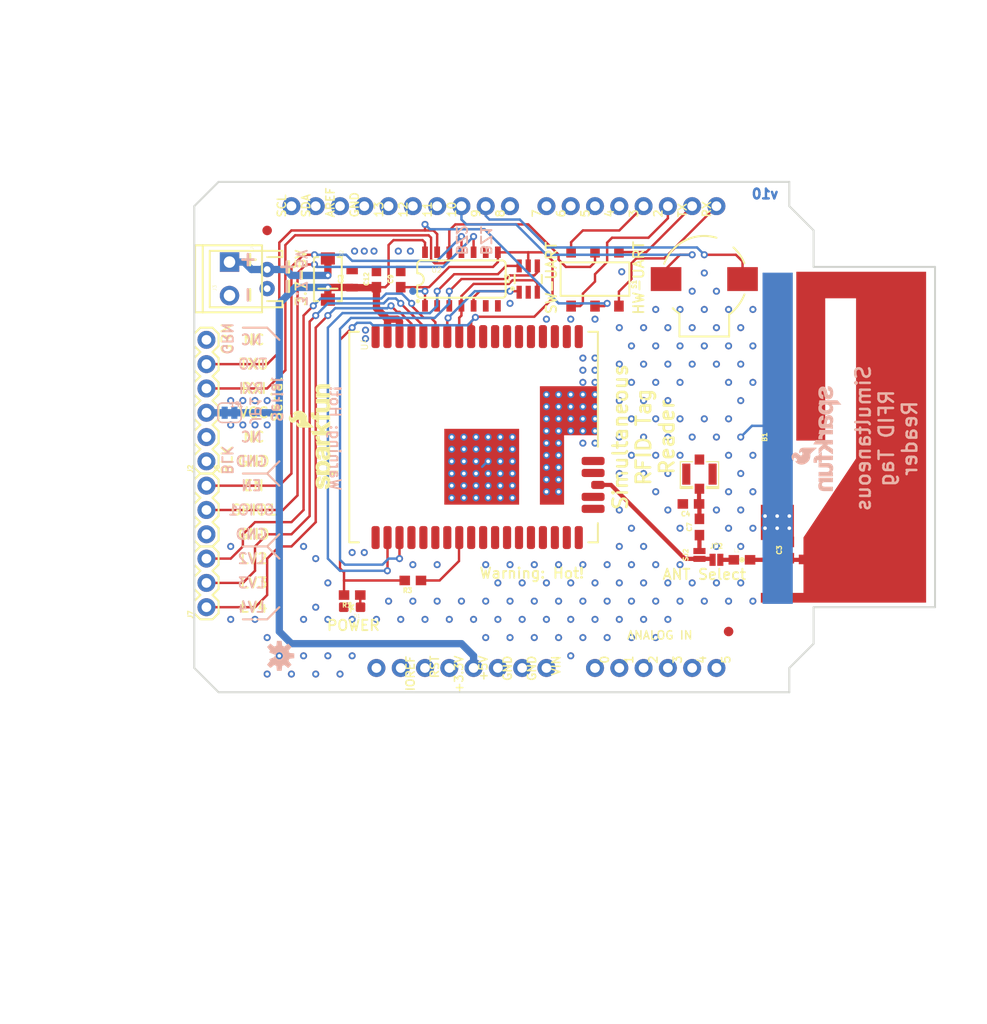
<source format=kicad_pcb>
(kicad_pcb (version 20211014) (generator pcbnew)
  (layers (0 "F.Cu" signal) (31 "B.Cu" signal) (34 "B.Paste" user) (35 "F.Paste" user) (36 "B.SilkS" user "B.Silkscreen") (37 "F.SilkS" user "F.Silkscreen") (38 "B.Mask" user) (39 "F.Mask" user) (44 "Edge.Cuts" user))
  (net 0 "")
  (net 1 "GND")
  (net 2 "N$4")
  (net 3 "ENABLE")
  (net 4 "GPIO1")
  (net 5 "RXI")
  (net 6 "TXO")
  (net 7 "3.3V")
  (net 8 "ENABLE-LV")
  (net 9 "TXO-LV")
  (net 10 "RXI-LV")
  (net 11 "GPIO1-LV")
  (net 12 "VCC")
  (net 13 "ANT3")
  (net 14 "N$8")
  (net 15 "N$9")
  (net 16 "SOFT-RX")
  (net 17 "SOFT-TX")
  (net 18 "N$1")
  (net 19 "N$2")
  (net 20 "N$3")
  (net 21 "N$5")
  (net 22 "N$6")
  (net 23 "GPIO2-LV")
  (net 24 "GPIO3-LV")
  (net 25 "GPIO4-LV")
  (net 26 "N$7")
  (net 27 "N$10")
  (net 28 "N$12")
  (net 29 "N$11")
  (net 30 "N$13")
  (footprint "boardEagle:CREATIVE_COMMONS" (layer "F.Cu") (at 109.7661 165.9636)
    (fp_text reference "FRAME1" hide)
    (fp_text value "FRAME-LEDGER" hide)
  )
  (footprint "boardEagle:LED-0603" (layer "F.Cu") (at 126.2761 122.7836 90)
    (fp_text reference "D1")
    (fp_text value "RED")
  )
  (footprint "boardEagle:1X03" (layer "F.Cu") (at 111.0361 110.0836 -90)
    (fp_text reference "J5")
    (fp_text value "Extra")
  )
  (footprint "boardEagle:0603" (layer "F.Cu") (at 161.7091 111.9886 180)
    (fp_text reference "C4")
    (fp_text value "DNP")
  )
  (footprint "boardEagle:SCREWTERMINAL-3.5MM-2" (layer "F.Cu") (at 113.4491 86.7156 -90)
    (fp_text reference "J6")
    (fp_text value "Screw Terminal")
  )
  (footprint "boardEagle:STAND-OFF" (layer "F.Cu") (at 113.5761 127.8636 90)
    (fp_text reference "STANDOFF4" hide)
    (fp_text value "STAND-OFF" hide)
  )
  (footprint "boardEagle:SFE_LOGO_NAME_FLAME_.1" (layer "F.Cu") (at 124.8791 110.8456 90)
    (fp_text reference "LOGO1" hide)
    (fp_text value "SFE_LOGO_NAME_FLAME.1_INCH" hide)
  )
  (footprint "boardEagle:915MHZ_ANTENNA_TRIMBLE" (layer "F.Cu") (at 169.2021 117.8306 90)
    (fp_text reference "E1" hide)
    (fp_text value "Trace Antenna" hide)
  )
  (footprint "boardEagle:STAND-OFF" (layer "F.Cu") (at 113.5761 82.1436 90)
    (fp_text reference "STANDOFF1" hide)
    (fp_text value "STAND-OFF" hide)
  )
  (footprint "boardEagle:1X06" (layer "F.Cu") (at 111.0361 107.5436 90)
    (fp_text reference "J2")
    (fp_text value "FTDI")
  )
  (footprint "boardEagle:U.FL" (layer "F.Cu") (at 162.5981 108.8771 -90)
    (fp_text reference "J4" hide)
    (fp_text value "U.FL" hide)
  )
  (footprint "boardEagle:STAND-OFF" (layer "F.Cu") (at 169.4561 82.1436 -90)
    (fp_text reference "STANDOFF2" hide)
    (fp_text value "STAND-OFF" hide)
  )
  (footprint "boardEagle:1X03" (layer "F.Cu") (at 111.0361 122.7836 90)
    (fp_text reference "J7")
    (fp_text value "GPIOs")
  )
  (footprint "boardEagle:STAND-OFF" (layer "F.Cu") (at 169.4561 127.8636 90)
    (fp_text reference "STANDOFF3" hide)
    (fp_text value "STAND-OFF" hide)
  )
  (footprint "boardEagle:0603" (layer "F.Cu") (at 126.2761 121.5136 180)
    (fp_text reference "R1")
    (fp_text value "1k")
  )
  (footprint "boardEagle:SWITCH_DPDT_SMD_AYZ0202" (layer "F.Cu") (at 151.6761 88.4936 180)
    (fp_text reference "S1")
    (fp_text value "Serial Select")
  )
  (footprint "boardEagle:BUZZER-CCV" (layer "F.Cu") (at 163.1061 88.4936)
    (fp_text reference "SG1" hide)
    (fp_text value "Buzzer" hide)
  )
  (footprint "boardEagle:0603" (layer "F.Cu") (at 128.8161 88.4936 90)
    (fp_text reference "C12")
    (fp_text value "0.1uF")
  )
  (footprint "boardEagle:SMT-JUMPER_2_NO_NO-SILK" (layer "F.Cu") (at 164.3761 117.8306)
    (fp_text reference "JP2")
    (fp_text value "SJ1")
  )
  (footprint "boardEagle:FIDUCIAL-1X2" (layer "F.Cu") (at 117.3861 83.4136 -90)
    (fp_text reference "FID1" hide)
    (fp_text value "FIDUCIAL1X2" hide)
  )
  (footprint "boardEagle:SO14" (layer "F.Cu") (at 137.7061 88.4936)
    (fp_text reference "U2")
    (fp_text value "TXB0104")
  )
  (footprint "boardEagle:UNO_R3_SHIELD" (layer "F.Cu") (at 138.9761 105.0036 -90)
    (fp_text reference "B1")
    (fp_text value "ARDUINO_UNO_SHIELD")
  )
  (footprint "boardEagle:0603" (layer "F.Cu") (at 171.9961 116.8146 90)
    (fp_text reference "C3")
    (fp_text value "DNP")
  )
  (footprint "boardEagle:NANO_MODULE" (layer "F.Cu") (at 138.9761 105.0036 -90)
    (fp_text reference "U4")
    (fp_text value "Nano")
  )
  (footprint "boardEagle:JST-2-PTH" (layer "F.Cu") (at 117.3861 88.4936 90)
    (fp_text reference "J3")
    (fp_text value "JST")
  )
  (footprint "boardEagle:0603" (layer "F.Cu") (at 167.0431 117.8306)
    (fp_text reference "L1")
    (fp_text value "3.9nH")
  )
  (footprint "boardEagle:STAND-OFF" (layer "F.Cu") (at 121.1961 120.2436)
    (fp_text reference "STANDOFF7" hide)
    (fp_text value "STAND-OFF" hide)
  )
  (footprint "boardEagle:SMT-JUMPER_2_NO_NO-SILK" (layer "F.Cu") (at 162.5981 117.3226 90)
    (fp_text reference "SJ2")
    (fp_text value "")
  )
  (footprint "boardEagle:0603" (layer "F.Cu") (at 162.5981 114.4016 90)
    (fp_text reference "C7")
    (fp_text value "0.0")
  )
  (footprint "boardEagle:FIDUCIAL-1X2" (layer "F.Cu") (at 165.6461 125.3236 90)
    (fp_text reference "FID2" hide)
    (fp_text value "FIDUCIAL1X2" hide)
  )
  (footprint "boardEagle:SMA-DIODE" (layer "F.Cu") (at 123.7361 88.4936 -90)
    (fp_text reference "D2")
    (fp_text value "B340A")
  )
  (footprint "boardEagle:STAND-OFF" (layer "F.Cu") (at 163.1061 99.9236)
    (fp_text reference "STANDOFF8" hide)
    (fp_text value "STAND-OFF" hide)
  )
  (footprint "boardEagle:0805" (layer "F.Cu") (at 126.2761 88.4936 90)
    (fp_text reference "C2")
    (fp_text value "10uF")
  )
  (footprint "boardEagle:SOT-23-6" (layer "F.Cu") (at 144.6911 88.4936)
    (fp_text reference "U3")
    (fp_text value "ESD Diode")
  )
  (footprint "boardEagle:0603" (layer "F.Cu") (at 131.3561 88.4936 90)
    (fp_text reference "C9")
    (fp_text value "0.1uF")
  )
  (footprint "boardEagle:0603" (layer "F.Cu") (at 132.6261 119.9896 180)
    (fp_text reference "R3")
    (fp_text value "1k")
  )
  (footprint "boardEagle:PAD.03X.03" (layer "B.Cu") (at 132.6261 89.7636 180)
    (fp_text reference "TP1" hide)
    (fp_text value "" hide)
  )
  (footprint "boardEagle:SMT-JUMPER_2_NC_TRACE_SILK" (layer "B.Cu") (at 113.4491 102.4636 180)
    (fp_text reference "JP1")
    (fp_text value "")
  )
  (footprint "boardEagle:SFE_LOGO_NAME_FLAME_.1" (layer "B.Cu") (at 177.4571 99.2886 -90)
    (fp_text reference "LOGO3" hide)
    (fp_text value "SFE_LOGO_NAME_FLAME.1_INCH" hide)
  )
  (footprint "boardEagle:OSHW-LOGO-S" (layer "B.Cu") (at 118.6561 127.8636 90)
    (fp_text reference "LOGO2" hide)
    (fp_text value "OSHW-LOGOS" hide)
  )
  (gr_line (start 118.6561 110.0836) (end 117.3861 108.8136) (layer "B.SilkS") (width 0.2032))
  (gr_line (start 117.3861 108.8136) (end 118.6561 107.5436) (layer "B.SilkS") (width 0.2032))
  (gr_line (start 117.3861 124.0536) (end 118.6561 122.7836) (layer "B.SilkS") (width 0.2032))
  (gr_line (start 117.3861 116.4336) (end 118.6561 115.1636) (layer "B.SilkS") (width 0.2032))
  (gr_line (start 117.3861 93.5736) (end 118.6561 94.8436) (layer "B.SilkS") (width 0.2032))
  (gr_line (start 114.8461 108.8136) (end 117.3861 108.8136) (layer "B.SilkS") (width 0.2032))
  (gr_line (start 114.8461 93.5736) (end 117.3861 93.5736) (layer "B.SilkS") (width 0.2032))
  (gr_line (start 114.8461 124.0536) (end 117.3861 124.0536) (layer "B.SilkS") (width 0.2032))
  (gr_line (start 114.8461 116.4336) (end 117.3861 116.4336) (layer "B.SilkS") (width 0.2032))
  (gr_line (start 117.3861 116.4336) (end 118.6561 117.7036) (layer "B.SilkS") (width 0.2032))
  (gr_line (start 117.3861 108.8136) (end 118.6561 110.0836) (layer "F.SilkS") (width 0.2032))
  (gr_line (start 117.3861 108.8136) (end 118.6561 107.5436) (layer "F.SilkS") (width 0.2032))
  (gr_line (start 114.8461 116.4336) (end 117.3861 116.4336) (layer "F.SilkS") (width 0.2032))
  (gr_line (start 117.3861 93.5736) (end 118.6561 94.8436) (layer "F.SilkS") (width 0.2032))
  (gr_line (start 118.6561 122.7836) (end 117.3861 124.0536) (layer "F.SilkS") (width 0.2032))
  (gr_line (start 114.8461 93.5736) (end 117.3861 93.5736) (layer "F.SilkS") (width 0.2032))
  (gr_line (start 117.3861 116.4336) (end 118.6561 117.7036) (layer "F.SilkS") (width 0.2032))
  (gr_line (start 114.8461 108.8136) (end 117.3861 108.8136) (layer "F.SilkS") (width 0.2032))
  (gr_line (start 117.3861 116.4336) (end 118.6561 115.1636) (layer "F.SilkS") (width 0.2032))
  (gr_line (start 117.3861 124.0536) (end 114.8461 124.0536) (layer "F.SilkS") (width 0.2032))
  (gr_line (start 112.3061 78.3336) (end 171.9961 78.3336) (layer "Edge.Cuts") (width 0.2032))
  (gr_line (start 174.5361 122.7836) (end 174.5361 126.5936) (layer "Edge.Cuts") (width 0.2032))
  (gr_line (start 171.9961 80.8736) (end 174.5361 83.4136) (layer "Edge.Cuts") (width 0.2032))
  (gr_line (start 171.9961 78.3336) (end 171.9961 80.8736) (layer "Edge.Cuts") (width 0.2032))
  (gr_line (start 187.2361 87.2236) (end 187.2361 122.7836) (layer "Edge.Cuts") (width 0.2032))
  (gr_line (start 109.7661 80.8736) (end 112.3061 78.3336) (layer "Edge.Cuts") (width 0.2032))
  (gr_line (start 187.2361 122.7836) (end 174.5361 122.7836) (layer "Edge.Cuts") (width 0.2032))
  (gr_line (start 109.7661 129.1336) (end 109.7661 80.8736) (layer "Edge.Cuts") (width 0.2032))
  (gr_line (start 112.3061 131.6736) (end 109.7661 129.1336) (layer "Edge.Cuts") (width 0.2032))
  (gr_line (start 174.5361 83.4136) (end 174.5361 87.2236) (layer "Edge.Cuts") (width 0.2032))
  (gr_line (start 174.5361 87.2236) (end 187.2361 87.2236) (layer "Edge.Cuts") (width 0.2032))
  (gr_line (start 174.5361 126.5936) (end 171.9961 129.1336) (layer "Edge.Cuts") (width 0.2032))
  (gr_line (start 171.9961 129.1336) (end 171.9961 131.6736) (layer "Edge.Cuts") (width 0.2032))
  (gr_line (start 171.9961 131.6736) (end 112.3061 131.6736) (layer "Edge.Cuts") (width 0.2032))
  (gr_text "v10" (at 169.4561 79.6036) (layer "B.Cu") (effects (font (size 1.016 1.016) (thickness 0.254)) (justify mirror)))
  (gr_text "JP1" (at 116.1161 102.2096 -90) (layer "B.SilkS") (effects (font (size 1.0795 1.0795) (thickness 0.1905)) (justify mirror)))
  (gr_text "RXI" (at 115.7351 99.9236) (layer "B.SilkS") (effects (font (size 1.0795 1.0795) (thickness 0.1905)) (justify mirror)))
  (gr_text "NC" (at 115.7351 94.8436) (layer "B.SilkS") (effects (font (size 1.0795 1.0795) (thickness 0.1905)) (justify mirror)))
  (gr_text "Simultaneous\nRFID Tag\nReader" (at 182.1561 105.1306 -270) (layer "B.SilkS") (effects (font (size 1.5113 1.5113) (thickness 0.2667)) (justify mirror)))
  (gr_text "NC" (at 115.7351 105.0036) (layer "B.SilkS") (effects (font (size 1.0795 1.0795) (thickness 0.1905)) (justify mirror)))
  (gr_text "GRN" (at 113.1951 94.7166 -90) (layer "B.SilkS") (effects (font (size 1.0795 1.0795) (thickness 0.1905)) (justify mirror)))
  (gr_text "BLK" (at 113.1951 107.4166 -90) (layer "B.SilkS") (effects (font (size 1.0795 1.0795) (thickness 0.1905)) (justify mirror)))
  (gr_text "+" (at 115.4811 86.4616 -90) (layer "B.SilkS") (effects (font (size 1.5113 1.5113) (thickness 0.2667)) (justify mirror)))
  (gr_text "-" (at 115.4811 90.1446 -90) (layer "B.SilkS") (effects (font (size 1.5113 1.5113) (thickness 0.2667)) (justify mirror)))
  (gr_text "BZ2" (at 137.7061 84.4296 -90) (layer "B.SilkS") (effects (font (size 1.0795 1.0795) (thickness 0.1905)) (justify mirror)))
  (gr_text "LV3" (at 115.7351 120.2436) (layer "B.SilkS") (effects (font (size 1.0795 1.0795) (thickness 0.1905)) (justify mirror)))
  (gr_text "GND" (at 115.7351 107.5436) (layer "B.SilkS") (effects (font (size 1.0795 1.0795) (thickness 0.1905)) (justify mirror)))
  (gr_text "Warning: Hot!" (at 124.4981 105.1306 -90) (layer "B.SilkS") (effects (font (size 1.0795 1.0795) (thickness 0.1905)) (justify mirror)))
  (gr_text "GND" (at 115.7351 115.1636) (layer "B.SilkS") (effects (font (size 1.0795 1.0795) (thickness 0.1905)) (justify mirror)))
  (gr_text "BZ1" (at 140.2461 84.4296 -90) (layer "B.SilkS") (effects (font (size 1.0795 1.0795) (thickness 0.1905)) (justify mirror)))
  (gr_text "GPIO1" (at 115.7351 112.6236) (layer "B.SilkS") (effects (font (size 1.0795 1.0795) (thickness 0.1905)) (justify mirror)))
  (gr_text "+" (at 119.5451 87.2236 -90) (layer "B.SilkS") (effects (font (size 1.5113 1.5113) (thickness 0.2667)) (justify mirror)))
  (gr_text "TXO" (at 115.8621 97.3836) (layer "B.SilkS") (effects (font (size 1.0795 1.0795) (thickness 0.1905)) (justify mirror)))
  (gr_text "3.7-5V" (at 120.9421 88.3666 -90) (layer "B.SilkS") (effects (font (size 1.0795 1.0795) (thickness 0.1905)) (justify mirror)))
  (gr_text "LV2" (at 115.7351 117.7036) (layer "B.SilkS") (effects (font (size 1.0795 1.0795) (thickness 0.1905)) (justify mirror)))
  (gr_text "-" (at 119.5451 89.2556 -90) (layer "B.SilkS") (effects (font (size 1.5113 1.5113) (thickness 0.2667)) (justify mirror)))
  (gr_text "LV4" (at 115.7351 122.7836) (layer "B.SilkS") (effects (font (size 1.0795 1.0795) (thickness 0.1905)) (justify mirror)))
  (gr_text "Serial" (at 118.4021 101.0666 -90) (layer "B.SilkS") (effects (font (size 1.0795 1.0795) (thickness 0.1905)) (justify mirror)))
  (gr_text "EN" (at 115.7351 110.0836) (layer "B.SilkS") (effects (font (size 1.0795 1.0795) (thickness 0.1905)) (justify mirror)))
  (gr_text "+" (at 119.5451 87.2236 90) (layer "F.SilkS") (effects (font (size 1.5113 1.5113) (thickness 0.2667))))
  (gr_text "HW-UART" (at 156.2481 88.3666 90) (layer "F.SilkS") (effects (font (size 1.0795 1.0795) (thickness 0.1905))))
  (gr_text "Simultaneous\nRFID Tag\nReader" (at 156.7561 105.0036 90) (layer "F.SilkS") (effects (font (size 1.5113 1.5113) (thickness 0.2667))))
  (gr_text "+" (at 115.4811 86.4616 90) (layer "F.SilkS") (effects (font (size 1.5113 1.5113) (thickness 0.2667))))
  (gr_text "LV4" (at 115.9891 122.7836) (layer "F.SilkS") (effects (font (size 1.0795 1.0795) (thickness 0.1905))))
  (gr_text "GND" (at 115.9891 107.5436) (layer "F.SilkS") (effects (font (size 1.0795 1.0795) (thickness 0.1905))))
  (gr_text "EN" (at 115.9891 110.0836) (layer "F.SilkS") (effects (font (size 1.0795 1.0795) (thickness 0.1905))))
  (gr_text "LV2" (at 115.9891 117.7036) (layer "F.SilkS") (effects (font (size 1.0795 1.0795) (thickness 0.1905))))
  (gr_text "GRN" (at 113.1951 94.7166 90) (layer "F.SilkS") (effects (font (size 1.0795 1.0795) (thickness 0.1905))))
  (gr_text "ANT Select" (at 163.1061 119.3546) (layer "F.SilkS") (effects (font (size 1.0795 1.0795) (thickness 0.1905))))
  (gr_text "GPIO1" (at 115.9891 112.6236) (layer "F.SilkS") (effects (font (size 1.0795 1.0795) (thickness 0.1905))))
  (gr_text "Warning: Hot!" (at 145.0721 119.2276) (layer "F.SilkS") (effects (font (size 1.0795 1.0795) (thickness 0.1905))))
  (gr_text "NC" (at 115.9891 94.8436) (layer "F.SilkS") (effects (font (size 1.0795 1.0795) (thickness 0.1905))))
  (gr_text "3.7-5V" (at 120.9421 88.3666 90) (layer "F.SilkS") (effects (font (size 1.0795 1.0795) (thickness 0.1905))))
  (gr_text "NC" (at 115.9891 105.0036) (layer "F.SilkS") (effects (font (size 1.0795 1.0795) (thickness 0.1905))))
  (gr_text "-" (at 119.5451 89.2556 90) (layer "F.SilkS") (effects (font (size 1.5113 1.5113) (thickness 0.2667))))
  (gr_text "BLK" (at 113.1951 107.4166 90) (layer "F.SilkS") (effects (font (size 1.0795 1.0795) (thickness 0.1905))))
  (gr_text "Serial" (at 118.4021 101.0666 90) (layer "F.SilkS") (effects (font (size 1.0795 1.0795) (thickness 0.1905))))
  (gr_text "RXI" (at 115.9891 99.9236) (layer "F.SilkS") (effects (font (size 1.0795 1.0795) (thickness 0.1905))))
  (gr_text "LV3" (at 115.9891 120.2436) (layer "F.SilkS") (effects (font (size 1.0795 1.0795) (thickness 0.1905))))
  (gr_text "GND" (at 115.9891 115.1636) (layer "F.SilkS") (effects (font (size 1.0795 1.0795) (thickness 0.1905))))
  (gr_text "VCC" (at 115.9891 102.4636) (layer "F.SilkS") (effects (font (size 1.0795 1.0795) (thickness 0.1905))))
  (gr_text "-" (at 115.4811 90.1446 90) (layer "F.SilkS") (effects (font (size 1.5113 1.5113) (thickness 0.2667))))
  (gr_text "SW-UART" (at 147.1041 88.3666 90) (layer "F.SilkS") (effects (font (size 1.0795 1.0795) (thickness 0.1905))))
  (gr_text "TXO" (at 115.9891 97.3836) (layer "F.SilkS") (effects (font (size 1.0795 1.0795) (thickness 0.1905))))
  (gr_text "POWER" (at 126.4031 124.6886) (layer "F.SilkS") (effects (font (size 1.0795 1.0795) (thickness 0.1905))))
  (segment (start 170.7261 113.8936) (end 170.7261 113.2586) (width 0.254) (layer "F.Cu") (net 1))
  (segment (start 169.711496 113.922022) (end 169.739918 113.8936) (width 0.254) (layer "F.Cu") (net 1))
  (segment (start 170.7261 113.8936) (end 170.7261 114.5286) (width 0.254) (layer "F.Cu") (net 1))
  (segment (start 141.2361 108.1036) (end 141.7161 107.6236) (width 0.254) (layer "F.Cu") (net 1))
  (segment (start 171.9961 114.5286) (end 171.9961 113.8936) (width 0.254) (layer "F.Cu") (net 1))
  (segment (start 169.739918 113.8936) (end 170.7261 113.8936) (width 0.254) (layer "F.Cu") (net 1))
  (segment (start 171.9961 115.9646) (end 171.9961 114.5286) (width 0.254) (layer "F.Cu") (net 1))
  (segment (start 169.711496 113.922022) (end 169.51734 113.922022) (width 0.44) (layer "F.Cu") (net 1))
  (segment (start 171.9961 114.5286) (end 171.9961 113.2586) (width 0.254) (layer "F.Cu") (net 1))
  (segment (start 141.7161 107.6236) (end 141.7661 107.5736) (width 0.254) (layer "F.Cu") (net 1))
  (segment (start 170.7261 113.2586) (end 171.9961 113.2586) (width 0.254) (layer "F.Cu") (net 1))
  (segment (start 139.8761 108.1036) (end 141.2361 108.1036) (width 0.254) (layer "F.Cu") (net 1))
  (via (at 145.3261 125.9586) (size 0.7366) (drill 0.381) (layers "F.Cu" "B.Cu") (net 1))
  (via (at 147.8661 108.1786) (size 0.7366) (drill 0.381) (layers "F.Cu" "B.Cu") (net 1))
  (via (at 158.0261 110.7186) (size 0.7366) (drill 0.381) (layers "F.Cu" "B.Cu") (net 1))
  (via (at 136.6901 110.0836) (size 0.7366) (drill 0.381) (layers "F.Cu" "B.Cu") (net 1))
  (via (at 146.5961 100.5586) (size 0.7366) (drill 0.381) (layers "F.Cu" "B.Cu") (net 1))
  (via (at 154.2161 120.2436) (size 0.7366) (drill 0.381) (layers "F.Cu" "B.Cu") (net 1))
  (via (at 160.5661 106.9086) (size 0.7366) (drill 0.381) (layers "F.Cu" "B.Cu") (net 1))
  (via (at 160.5661 118.3386) (size 0.7366) (drill 0.381) (layers "F.Cu" "B.Cu") (net 1))
  (via (at 139.2301 108.8136) (size 0.7366) (drill 0.381) (layers "F.Cu" "B.Cu") (net 1))
  (via (at 127.6731 93.8276) (size 0.7366) (drill 0.381) (layers "F.Cu" "B.Cu") (net 1))
  (via (at 166.9161 97.3836) (size 0.7366) (drill 0.381) (layers "F.Cu" "B.Cu") (net 1))
  (via (at 163.1061 103.0986) (size 0.7366) (drill 0.381) (layers "F.Cu" "B.Cu") (net 1))
  (via (at 147.8661 101.8286) (size 0.7366) (drill 0.381) (layers "F.Cu" "B.Cu") (net 1))
  (via (at 141.7701 105.0036) (size 0.7366) (drill 0.381) (layers "F.Cu" "B.Cu") (net 1))
  (via (at 141.5161 120.2436) (size 0.7366) (drill 0.381) (layers "F.Cu" "B.Cu") (net 1))
  (via (at 122.4661 129.7686) (size 0.7366) (drill 0.381) (layers "F.Cu" "B.Cu") (net 1))
  (via (at 164.3761 89.7636) (size 0.7366) (drill 0.381) (layers "F.Cu" "B.Cu") (net 1))
  (via (at 156.7561 101.1936) (size 0.7366) (drill 0.381) (layers "F.Cu" "B.Cu") (net 1))
  (via (at 139.2301 110.0836) (size 0.7366) (drill 0.381) (layers "F.Cu" "B.Cu") (net 1))
  (via (at 147.8661 105.6386) (size 0.7366) (drill 0.381) (layers "F.Cu" "B.Cu") (net 1))
  (via (at 158.0261 106.9086) (size 0.7366) (drill 0.381) (layers "F.Cu" "B.Cu") (net 1))
  (via (at 156.7561 120.2436) (size 0.7366) (drill 0.381) (layers "F.Cu" "B.Cu") (net 1))
  (via (at 132.3721 85.5726) (size 0.7366) (drill 0.381) (layers "F.Cu" "B.Cu") (net 1))
  (via (at 141.7701 108.8136) (size 0.7366) (drill 0.381) (layers "F.Cu" "B.Cu") (net 1))
  (via (at 147.8661 109.4486) (size 0.7366) (drill 0.381) (layers "F.Cu" "B.Cu") (net 1))
  (via (at 160.5661 114.5286) (size 0.7366) (drill 0.381) (layers "F.Cu" "B.Cu") (net 1))
  (via (at 123.7361 124.0536) (size 0.7366) (drill 0.381) (layers "F.Cu" "B.Cu") (net 1))
  (via (at 151.6761 101.8286) (size 0.7366) (drill 0.381) (layers "F.Cu" "B.Cu") (net 1))
  (via (at 161.8361 89.7636) (size 0.7366) (drill 0.381) (layers "F.Cu" "B.Cu") (net 1))
  (via (at 150.4061 118.3386) (size 0.7366) (drill 0.381) (layers "F.Cu" "B.Cu") (net 1))
  (via (at 138.9761 124.0536) (size 0.7366) (drill 0.381) (layers "F.Cu" "B.Cu") (net 1))
  (via (at 161.8361 105.0036) (size 0.7366) (drill 0.381) (layers "F.Cu" "B.Cu") (net 1))
  (via (at 156.7561 97.3836) (size 0.7366) (drill 0.381) (layers "F.Cu" "B.Cu") (net 1))
  (via (at 113.5761 124.0536) (size 0.7366) (drill 0.381) (layers "F.Cu" "B.Cu") (net 1))
  (via (at 121.1961 127.8636) (size 0.7366) (drill 0.381) (layers "F.Cu" "B.Cu") (net 1))
  (via (at 166.9161 120.2436) (size 0.7366) (drill 0.381) (layers "F.Cu" "B.Cu") (net 1))
  (via (at 170.7261 114.5286) (size 0.7366) (drill 0.381) (layers "F.Cu" "B.Cu") (net 1))
  (via (at 165.6461 103.0986) (size 0.7366) (drill 0.381) (layers "F.Cu" "B.Cu") (net 1))
  (via (at 136.6901 108.8136) (size 0.7366) (drill 0.381) (layers "F.Cu" "B.Cu") (net 1))
  (via (at 160.5661 95.4786) (size 0.7366) (drill 0.381) (layers "F.Cu" "B.Cu") (net 1))
  (via (at 159.2961 93.5736) (size 0.7366) (drill 0.381) (layers "F.Cu" "B.Cu") (net 1))
  (via (at 140.5001 111.3536) (size 0.7366) (drill 0.381) (layers "F.Cu" "B.Cu") (net 1))
  (via (at 158.0261 118.3386) (size 0.7366) (drill 0.381) (layers "F.Cu" "B.Cu") (net 1))
  (via (at 168.1861 122.1486) (size 0.7366) (drill 0.381) (layers "F.Cu" "B.Cu") (net 1))
  (via (at 171.9961 113.2586) (size 0.7366) (drill 0.381) (layers "F.Cu" "B.Cu") (net 1))
  (via (at 156.7561 116.4336) (size 0.7366) (drill 0.381) (layers "F.Cu" "B.Cu") (net 1))
  (via (at 158.0261 103.0986) (size 0.7366) (drill 0.381) (layers "F.Cu" "B.Cu") (net 1))
  (via (at 127.6731 94.7166) (size 0.7366) (drill 0.381) (layers "F.Cu" "B.Cu") (net 1))
  (via (at 159.2961 112.6236) (size 0.7366) (drill 0.381) (layers "F.Cu" "B.Cu") (net 1))
  (via (at 171.9961 114.5286) (size 0.7366) (drill 0.381) (layers "F.Cu" "B.Cu") (net 1))
  (via (at 143.0401 108.8136) (size 0.7366) (drill 0.381) (layers "F.Cu" "B.Cu") (net 1))
  (via (at 151.6761 105.6386) (size 0.7366) (drill 0.381) (layers "F.Cu" "B.Cu") (net 1))
  (via (at 145.3261 122.1486) (size 0.7366) (drill 0.381) (layers "F.Cu" "B.Cu") (net 1))
  (via (at 146.5961 109.4486) (size 0.7366) (drill 0.381) (layers "F.Cu" "B.Cu") (net 1))
  (via (at 149.1361 124.0536) (size 0.7366) (drill 0.381) (layers "F.Cu" "B.Cu") (net 1))
  (via (at 151.6761 124.0536) (size 0.7366) (drill 0.381) (layers "F.Cu" "B.Cu") (net 1))
  (via (at 126.2761 127.8636) (size 0.7366) (drill 0.381) (layers "F.Cu" "B.Cu") (net 1))
  (via (at 123.7361 127.8636) (size 0.7366) (drill 0.381) (layers "F.Cu" "B.Cu") (net 1))
  (via (at 165.6461 99.2886) (size 0.7366) (drill 0.381) (layers "F.Cu" "B.Cu") (net 1))
  (via (at 146.5961 106.9086) (size 0.7366) (drill 0.381) (layers "F.Cu" "B.Cu") (net 1))
  (via (at 143.0401 106.2736) (size 0.7366) (drill 0.381) (layers "F.Cu" "B.Cu") (net 1))
  (via (at 155.4861 106.9086) (size 0.7366) (drill 0.381) (layers "F.Cu" "B.Cu") (net 1))
  (via (at 152.9461 122.1486) (size 0.7366) (drill 0.381) (layers "F.Cu" "B.Cu") (net 1))
  (via (at 140.5001 110.0836) (size 0.7366) (drill 0.381) (layers "F.Cu" "B.Cu") (net 1))
  (via (at 151.6761 120.2436) (size 0.7366) (drill 0.381) (layers "F.Cu" "B.Cu") (net 1))
  (via (at 166.9161 101.1936) (size 0.7366) (drill 0.381) (layers "F.Cu" "B.Cu") (net 1))
  (via (at 164.3761 93.5736) (size 0.7366) (drill 0.381) (layers "F.Cu" "B.Cu") (net 1))
  (via (at 136.6901 111.3536) (size 0.7366) (drill 0.381) (layers "F.Cu" "B.Cu") (net 1))
  (via (at 142.7861 91.0336) (size 0.7366) (drill 0.381) (layers "F.Cu" "B.Cu") (net 1))
  (via (at 128.5621 85.5726) (size 0.7366) (drill 0.381) (layers "F.Cu" "B.Cu") (net 1))
  (via (at 149.1361 104.3686) (size 0.7366) (drill 0.381) (layers "F.Cu" "B.Cu") (net 1))
  (via (at 140.5001 108.8136) (size 0.7366) (drill 0.381) (layers "F.Cu" "B.Cu") (net 1))
  (via (at 155.4861 99.2886) (size 0.7366) (drill 0.381) (layers "F.Cu" "B.Cu") (net 1))
  (via (at 141.7701 107.5436) (size 0.7366) (drill 0.381) (layers "F.Cu" "B.Cu") (net 1))
  (via (at 159.2961 101.1936) (size 0.7366) (drill 0.381) (layers "F.Cu" "B.Cu") (net 1))
  (via (at 140.5001 107.5436) (size 0.7366) (drill 0.381) (layers "F.Cu" "B.Cu") (net 1))
  (via (at 155.4861 118.3386) (size 0.7366) (drill 0.381) (layers "F.Cu" "B.Cu") (net 1))
  (via (at 165.6461 110.7186) (size 0.7366) (drill 0.381) (layers "F.Cu" "B.Cu") (net 1))
  (via (at 113.5761 101.1936) (size 0.7366) (drill 0.381) (layers "F.Cu" "B.Cu") (net 1))
  (via (at 146.5961 92.6846) (size 0.7366) (drill 0.381) (layers "F.Cu" "B.Cu") (net 1))
  (via (at 149.1361 92.6846) (size 0.7366) (drill 0.381) (layers "F.Cu" "B.Cu") (net 1))
  (via (at 151.6761 100.5586) (size 0.7366) (drill 0.381) (layers "F.Cu" "B.Cu") (net 1))
  (via (at 163.1061 91.6686) (size 0.7366) (drill 0.381) (layers "F.Cu" "B.Cu") (net 1))
  (via (at 154.2161 116.4336) (size 0.7366) (drill 0.381) (layers "F.Cu" "B.Cu") (net 1))
  (via (at 133.8961 124.0536) (size 0.7366) (drill 0.381) (layers "F.Cu" "B.Cu") (net 1))
  (via (at 166.9161 105.0036) (size 0.7366) (drill 0.381) (layers "F.Cu" "B.Cu") (net 1))
  (via (at 127.5461 85.5726) (size 0.7366) (drill 0.381) (layers "F.Cu" "B.Cu") (net 1))
  (via (at 136.6901 106.2736) (size 0.7366) (drill 0.381) (layers "F.Cu" "B.Cu") (net 1))
  (via (at 118.6561 127.8636) (size 0.7366) (drill 0.381) (layers "F.Cu" "B.Cu") (net 1))
  (via (at 166.9161 116.4336) (size 0.7366) (drill 0.381) (layers "F.Cu" "B.Cu") (net 1))
  (via (at 158.0261 91.6686) (size 0.7366) (drill 0.381) (layers "F.Cu" "B.Cu") (net 1))
  (via (at 156.7561 108.8136) (size 0.7366) (drill 0.381) (layers "F.Cu" "B.Cu") (net 1))
  (via (at 151.6761 92.6846) (size 0.7366) (drill 0.381) (layers "F.Cu" "B.Cu") (net 1))
  (via (at 161.8361 93.5736) (size 0.7366) (drill 0.381) (layers "F.Cu" "B.Cu") (net 1))
  (via (at 146.5961 124.0536) (size 0.7366) (drill 0.381) (layers "F.Cu" "B.Cu") (net 1))
  (via (at 150.4061 98.0186) (size 0.7366) (drill 0.381) (layers "F.Cu" "B.Cu") (net 1))
  (via (at 159.2961 120.2436) (size 0.7366) (drill 0.381) (layers "F.Cu" "B.Cu") (net 1))
  (via (at 154.2161 93.5736) (size 0.7366) (drill 0.381) (layers "F.Cu" "B.Cu") (net 1))
  (via (at 147.8661 104.3686) (size 0.7366) (drill 0.381) (layers "F.Cu" "B.Cu") (net 1))
  (via (at 137.9601 111.3536) (size 0.7366) (drill 0.381) (layers "F.Cu" "B.Cu") (net 1))
  (via (at 165.6461 95.4786) (size 0.7366) (drill 0.381) (layers "F.Cu" "B.Cu") (net 1))
  (via (at 135.1661 118.3386) (size 0.7366) (drill 0.381) (layers "F.Cu" "B.Cu") (net 1))
  (via (at 150.4061 101.8286) (size 0.7366) (drill 0.381) (layers "F.Cu" "B.Cu") (net 1))
  (via (at 155.4861 122.1486) (size 0.7366) (drill 0.381) (layers "F.Cu" "B.Cu") (net 1))
  (via (at 149.1361 120.2436) (size 0.7366) (drill 0.381) (layers "F.Cu" "B.Cu") (net 1))
  (via (at 154.2161 108.8136) (size 0.7366) (drill 0.381) (layers "F.Cu" "B.Cu") (net 1))
  (via (at 168.1861 99.2886) (size 0.7366) (drill 0.381) (layers "F.Cu" "B.Cu") (net 1))
  (via (at 121.1961 116.4336) (size 0.7366) (drill 0.381) (layers "F.Cu" "B.Cu") (net 1))
  (via (at 113.5761 103.7336) (size 0.7366) (drill 0.381) (layers "F.Cu" "B.Cu") (net 1))
  (via (at 137.9601 105.0036) (size 0.7366) (drill 0.381) (layers "F.Cu" "B.Cu") (net 1))
  (via (at 142.7861 125.9586) (size 0.7366) (drill 0.381) (layers "F.Cu" "B.Cu") (net 1))
  (via (at 151.6761 103.0986) (size 0.7366) (drill 0.381) (layers "F.Cu" "B.Cu") (net 1))
  (via (at 146.5961 101.8286) (size 0.7366) (drill 0.381) (layers "F.Cu" "B.Cu") (net 1))
  (via (at 150.4061 104.3686) (size 0.7366) (drill 0.381) (layers "F.Cu" "B.Cu") (net 1))
  (via (at 146.5961 105.6386) (size 0.7366) (drill 0.381) (layers "F.Cu" "B.Cu") (net 1))
  (via (at 126.5301 85.5726) (size 0.7366) (drill 0.381) (layers "F.Cu" "B.Cu") (net 1))
  (via (at 145.3261 118.3386) (size 0.7366) (drill 0.381) (layers "F.Cu" "B.Cu") (net 1))
  (via (at 164.3761 112.6236) (size 0.7366) (drill 0.381) (layers "F.Cu" "B.Cu") (net 1))
  (via (at 155.4861 125.9586) (size 0.7366) (drill 0.381) (layers "F.Cu" "B.Cu") (net 1))
  (via (at 156.7561 105.0036) (size 0.7366) (drill 0.381) (layers "F.Cu" "B.Cu") (net 1))
  (via (at 154.4701 87.7316) (size 0.7366) (drill 0.381) (layers "F.Cu" "B.Cu") (net 1))
  (via (at 117.3861 101.1936) (size 0.7366) (drill 0.381) (layers "F.Cu" "B.Cu") (net 1))
  (via (at 154.2161 124.0536) (size 0.7366) (drill 0.381) (layers "F.Cu" "B.Cu") (net 1))
  (via (at 147.8661 125.9586) (size 0.7366) (drill 0.381) (layers "F.Cu" "B.Cu") (net 1))
  (via (at 159.2961 108.8136) (size 0.7366) (drill 0.381) (layers "F.Cu" "B.Cu") (net 1))
  (via (at 169.4561 113.2586) (size 0.7366) (drill 0.381) (layers "F.Cu" "B.Cu") (net 1))
  (via (at 165.6461 106.9086) (size 0.7366) (drill 0.381) (layers "F.Cu" "B.Cu") (net 1))
  (via (at 139.2301 106.2736) (size 0.7366) (drill 0.381) (layers "F.Cu" "B.Cu") (net 1))
  (via (at 154.2161 101.1936) (size 0.7366) (drill 0.381) (layers "F.Cu" "B.Cu") (net 1))
  (via (at 166.9161 112.6236) (size 0.7366) (drill 0.381) (layers "F.Cu" "B.Cu") (net 1))
  (via (at 139.2301 105.0036) (size 0.7366) (drill 0.381) (layers "F.Cu" "B.Cu") (net 1))
  (via (at 165.6461 114.5286) (size 0.7366) (drill 0.381) (layers "F.Cu" "B.Cu") (net 1))
  (via (at 113.5761 116.4336) (size 0.7366) (drill 0.381) (layers "F.Cu" "B.Cu") (net 1))
  (via (at 144.0561 124.0536) (size 0.7366) (drill 0.381) (layers "F.Cu" "B.Cu") (net 1))
  (via (at 159.2961 124.0536) (size 0.7366) (drill 0.381) (layers "F.Cu" "B.Cu") (net 1))
  (via (at 152.9461 125.9586) (size 0.7366) (drill 0.381) (layers "F.Cu" "B.Cu") (net 1))
  (via (at 146.5961 104.3686) (size 0.7366) (drill 0.381) (layers "F.Cu" "B.Cu") (net 1))
  (via (at 137.9601 106.2736) (size 0.7366) (drill 0.381) (layers "F.Cu" "B.Cu") (net 1))
  (via (at 144.0561 120.2436) (size 0.7366) (drill 0.381) (layers "F.Cu" "B.Cu") (net 1))
  (via (at 122.4661 122.7836) (size 0.7366) (drill 0.381) (layers "F.Cu" "B.Cu") (net 1))
  (via (at 164.3761 97.3836) (size 0.7366) (drill 0.381) (layers "F.Cu" "B.Cu") (net 1))
  (via (at 150.4061 100.5586) (size 0.7366) (drill 0.381) (layers "F.Cu" "B.Cu") (net 1))
  (via (at 154.2161 105.0036) (size 0.7366) (drill 0.381) (layers "F.Cu" "B.Cu") (net 1))
  (via (at 149.1361 100.5586) (size 0.7366) (drill 0.381) (layers "F.Cu" "B.Cu") (net 1))
  (via (at 137.9601 107.5436) (size 0.7366) (drill 0.381) (layers "F.Cu" "B.Cu") (net 1))
  (via (at 151.6761 98.0186) (size 0.7366) (drill 0.381) (layers "F.Cu" "B.Cu") (net 1))
  (via (at 168.1861 106.9086) (size 0.7366) (drill 0.381) (layers "F.Cu" "B.Cu") (net 1))
  (via (at 168.1861 91.6686) (size 0.7366) (drill 0.381) (layers "F.Cu" "B.Cu") (net 1))
  (via (at 143.0401 107.5436) (size 0.7366) (drill 0.381) (layers "F.Cu" "B.Cu") (net 1))
  (via (at 142.7861 122.1486) (size 0.7366) (drill 0.381) (layers "F.Cu" "B.Cu") (net 1))
  (via (at 146.5961 103.0986) (size 0.7366) (drill 0.381) (layers "F.Cu" "B.Cu") (net 1))
  (via (at 122.4661 117.7036) (size 0.7366) (drill 0.381) (layers "F.Cu" "B.Cu") (net 1))
  (via (at 150.4061 96.7486) (size 0.7366) (drill 0.381) (layers "F.Cu" "B.Cu") (net 1))
  (via (at 136.6901 105.0036) (size 0.7366) (drill 0.381) (layers "F.Cu" "B.Cu") (net 1))
  (via (at 150.4061 122.1486) (size 0.7366) (drill 0.381) (layers "F.Cu" "B.Cu") (net 1))
  (via (at 163.1061 122.1486) (size 0.7366) (drill 0.381) (layers "F.Cu" "B.Cu") (net 1))
  (via (at 139.2301 107.5436) (size 0.7366) (drill 0.381) (layers "F.Cu" "B.Cu") (net 1))
  (via (at 116.1161 103.7336) (size 0.7366) (drill 0.381) (layers "F.Cu" "B.Cu") (net 1))
  (via (at 119.9261 129.7686) (size 0.7366) (drill 0.381) (layers "F.Cu" "B.Cu") (net 1))
  (via (at 149.1361 127.8636) (size 0.7366) (drill 0.381) (layers "F.Cu" "B.Cu") (net 1))
  (via (at 155.4861 95.4786) (size 0.7366) (drill 0.381) (layers "F.Cu" "B.Cu") (net 1))
  (via (at 116.1161 101.1936) (size 0.7366) (drill 0.381) (layers "F.Cu" "B.Cu") (net 1))
  (via (at 151.6761 96.7486) (size 0.7366) (drill 0.381) (layers "F.Cu" "B.Cu") (net 1))
  (via (at 132.6261 122.1486) (size 0.7366) (drill 0.381) (layers "F.Cu" "B.Cu") (net 1))
  (via (at 149.1361 101.8286) (size 0.7366) (drill 0.381) (layers "F.Cu" "B.Cu") (net 1))
  (via (at 149.1361 103.0986) (size 0.7366) (drill 0.381) (layers "F.Cu" "B.Cu") (net 1))
  (via (at 164.3761 116.4336) (size 0.7366) (drill 0.381) (layers "F.Cu" "B.Cu") (net 1))
  (via (at 163.1061 87.8586) (size 0.7366) (drill 0.381) (layers "F.Cu" "B.Cu") (net 1))
  (via (at 143.0401 110.0836) (size 0.7366) (drill 0.381) (layers "F.Cu" "B.Cu") (net 1))
  (via (at 158.0261 122.1486) (size 0.7366) (drill 0.381) (layers "F.Cu" "B.Cu") (net 1))
  (via (at 150.4061 99.2886) (size 0.7366) (drill 0.381) (layers "F.Cu" "B.Cu") (net 1))
  (via (at 159.2961 97.3836) (size 0.7366) (drill 0.381) (layers "F.Cu" "B.Cu") (net 1))
  (via (at 143.0401 105.0036) (size 0.7366) (drill 0.381) (layers "F.Cu" "B.Cu") (net 1))
  (via (at 155.4861 103.0986) (size 0.7366) (drill 0.381) (layers "F.Cu" "B.Cu") (net 1))
  (via (at 146.5961 108.1786) (size 0.7366) (drill 0.381) (layers "F.Cu" "B.Cu") (net 1))
  (via (at 169.4561 114.5286) (size 0.7366) (drill 0.381) (layers "F.Cu" "B.Cu") (net 1))
  (via (at 136.4361 124.0536) (size 0.7366) (drill 0.381) (layers "F.Cu" "B.Cu") (net 1))
  (via (at 158.0261 99.2886) (size 0.7366) (drill 0.381) (layers "F.Cu" "B.Cu") (net 1))
  (via (at 159.2961 105.0036) (size 0.7366) (drill 0.381) (layers "F.Cu" "B.Cu") (net 1))
  (via (at 164.3761 105.0036) (size 0.7366) (drill 0.381) (layers "F.Cu" "B.Cu") (net 1))
  (via (at 160.5661 99.2886) (size 0.7366) (drill 0.381) (layers "F.Cu" "B.Cu") (net 1))
  (via (at 146.5961 120.2436) (size 0.7366) (drill 0.381) (layers "F.Cu" "B.Cu") (net 1))
  (via (at 168.1861 110.7186) (size 0.7366) (drill 0.381) (layers "F.Cu" "B.Cu") (net 1))
  (via (at 160.5661 103.0986) (size 0.7366) (drill 0.381) (layers "F.Cu" "B.Cu") (net 1))
  (via (at 141.7701 106.2736) (size 0.7366) (drill 0.381) (layers "F.Cu" "B.Cu") (net 1))
  (via (at 155.4861 114.5286) (size 0.7366) (drill 0.381) (layers "F.Cu" "B.Cu") (net 1))
  (via (at 166.9161 93.5736) (size 0.7366) (drill 0.381) (layers "F.Cu" "B.Cu") (net 1))
  (via (at 114.8461 103.7336) (size 0.7366) (drill 0.381) (layers "F.Cu" "B.Cu") (net 1))
  (via (at 151.6761 99.2886) (size 0.7366) (drill 0.381) (layers "F.Cu" "B.Cu") (net 1))
  (via (at 126.2761 124.0536) (size 0.7366) (drill 0.381) (layers "F.Cu" "B.Cu") (net 1))
  (via (at 116.1161 124.0536) (size 0.7366) (drill 0.381) (layers "F.Cu" "B.Cu") (net 1))
  (via (at 143.0401 111.3536) (size 0.7366) (drill 0.381) (layers "F.Cu" "B.Cu") (net 1))
  (via (at 147.8661 106.9086) (size 0.7366) (drill 0.381) (layers "F.Cu" "B.Cu") (net 1))
  (via (at 165.6461 91.6686) (size 0.7366) (drill 0.381) (layers "F.Cu" "B.Cu") (net 1))
  (via (at 130.0861 122.1486) (size 0.7366) (drill 0.381) (layers "F.Cu" "B.Cu") (net 1))
  (via (at 168.1861 95.4786) (size 0.7366) (drill 0.381) (layers "F.Cu" "B.Cu") (net 1))
  (via (at 147.8661 110.7186) (size 0.7366) (drill 0.381) (layers "F.Cu" "B.Cu") (net 1))
  (via (at 150.4061 103.0986) (size 0.7366) (drill 0.381) (layers "F.Cu" "B.Cu") (net 1))
  (via (at 131.1021 85.5726) (size 0.7366) (drill 0.381) (layers "F.Cu" "B.Cu") (net 1))
  (via (at 163.1061 95.4786) (size 0.7366) (drill 0.381) (layers "F.Cu" "B.Cu") (net 1))
  (via (at 140.5001 106.2736) (size 0.7366) (drill 0.381) (layers "F.Cu" "B.Cu") (net 1))
  (via (at 147.8661 118.3386) (size 0.7366) (drill 0.381) (layers "F.Cu" "B.Cu") (net 1))
  (via (at 164.3761 120.2436) (size 0.7366) (drill 0.381) (layers "F.Cu" "B.Cu") (net 1))
  (via (at 160.5661 122.1486) (size 0.7366) (drill 0.381) (layers "F.Cu" "B.Cu") (net 1))
  (via (at 161.8361 120.2436) (size 0.7366) (drill 0.381) (layers "F.Cu" "B.Cu") (net 1))
  (via (at 147.8661 122.1486) (size 0.7366) (drill 0.381) (layers "F.Cu" "B.Cu") (net 1))
  (via (at 117.3861 103.7336) (size 0.7366) (drill 0.381) (layers "F.Cu" "B.Cu") (net 1))
  (via (at 150.4061 105.6386) (size 0.7366) (drill 0.381) (layers "F.Cu" "B.Cu") (net 1))
  (via (at 147.8661 103.0986) (size 0.7366) (drill 0.381) (layers "F.Cu" "B.Cu") (net 1))
  (via (at 156.7561 124.0536) (size 0.7366) (drill 0.381) (layers "F.Cu" "B.Cu") (net 1))
  (via (at 125.0061 129.7686) (size 0.7366) (drill 0.381) (layers "F.Cu" "B.Cu") (net 1))
  (via (at 123.7361 120.2436) (size 0.7366) (drill 0.381) (layers "F.Cu" "B.Cu") (net 1))
  (via (at 160.5661 91.6686) (size 0.7366) (drill 0.381) (layers "F.Cu" "B.Cu") (net 1))
  (via (at 135.1661 122.1486) (size 0.7366) (drill 0.381) (layers "F.Cu" "B.Cu") (net 1))
  (via (at 137.9601 108.8136) (size 0.7366) (drill 0.381) (layers "F.Cu" "B.Cu") (net 1))
  (via (at 140.5001 105.0036) (size 0.7366) (drill 0.381) (layers "F.Cu" "B.Cu") (net 1))
  (via (at 158.0261 95.4786) (size 0.7366) (drill 0.381) (layers "F.Cu" "B.Cu") (net 1))
  (via (at 156.7561 93.5736) (size 0.7366) (drill 0.381) (layers "F.Cu" "B.Cu") (net 1))
  (via (at 141.7701 110.0836) (size 0.7366) (drill 0.381) (layers "F.Cu" "B.Cu") (net 1))
  (via (at 154.2161 112.6236) (size 0.7366) (drill 0.381) (layers "F.Cu" "B.Cu") (net 1))
  (via (at 137.7061 122.1486) (size 0.7366) (drill 0.381) (layers "F.Cu" "B.Cu") (net 1))
  (via (at 140.2461 125.9586) (size 0.7366) (drill 0.381) (layers "F.Cu" "B.Cu") (net 1))
  (via (at 139.2301 111.3536) (size 0.7366) (drill 0.381) (layers "F.Cu" "B.Cu") (net 1))
  (via (at 121.1961 124.0536) (size 0.7366) (drill 0.381) (layers "F.Cu" "B.Cu") (net 1))
  (via (at 117.3861 129.7686) (size 0.7366) (drill 0.381) (layers "F.Cu" "B.Cu") (net 1))
  (via (at 127.5461 117.0686) (size 0.7366) (drill 0.381) (layers "F.Cu" "B.Cu") (net 1))
  (via (at 136.6901 107.5436) (size 0.7366) (drill 0.381) (layers "F.Cu" "B.Cu") (net 1))
  (via (at 161.8361 97.3836) (size 0.7366) (drill 0.381) (layers "F.Cu" "B.Cu") (net 1))
  (via (at 154.2161 97.3836) (size 0.7366) (drill 0.381) (layers "F.Cu" "B.Cu") (net 1))
  (via (at 165.6461 122.1486) (size 0.7366) (drill 0.381) (layers "F.Cu" "B.Cu") (net 1))
  (via (at 151.6761 104.3686) (size 0.7366) (drill 0.381) (layers "F.Cu" "B.Cu") (net 1))
  (via (at 147.8661 100.5586) (size 0.7366) (drill 0.381) (layers "F.Cu" "B.Cu") (net 1))
  (via (at 146.5961 110.7186) (size 0.7366) (drill 0.381) (layers "F.Cu" "B.Cu") (net 1))
  (via (at 140.2461 122.1486) (size 0.7366) (drill 0.381) (layers "F.Cu" "B.Cu") (net 1))
  (via (at 141.5161 124.0536) (size 0.7366) (drill 0.381) (layers "F.Cu" "B.Cu") (net 1))
  (via (at 168.1861 114.5286) (size 0.7366) (drill 0.381) (layers "F.Cu" "B.Cu") (net 1))
  (via (at 132.6261 118.3386) (size 0.7366) (drill 0.381) (layers "F.Cu" "B.Cu") (net 1))
  (via (at 140.2461 118.3386) (size 0.7366) (drill 0.381) (layers "F.Cu" "B.Cu") (net 1))
  (via (at 137.9601 110.0836) (size 0.7366) (drill 0.381) (layers "F.Cu" "B.Cu") (net 1))
  (via (at 117.3861 125.9586) (size 0.7366) (drill 0.381) (layers "F.Cu" "B.Cu") (net 1))
  (via (at 114.8461 101.1936) (size 0.7366) (drill 0.381) (layers "F.Cu" "B.Cu") (net 1))
  (via (at 170.7261 113.2586) (size 0.7366) (drill 0.381) (layers "F.Cu" "B.Cu") (net 1))
  (via (at 158.0261 125.9586) (size 0.7366) (drill 0.381) (layers "F.Cu" "B.Cu") (net 1))
  (via (at 141.7701 111.3536) (size 0.7366) (drill 0.381) (layers "F.Cu" "B.Cu") (net 1))
  (via (at 150.4061 125.9586) (size 0.7366) (drill 0.381) (layers "F.Cu" "B.Cu") (net 1))
  (via (at 142.7861 118.3386) (size 0.7366) (drill 0.381) (layers "F.Cu" "B.Cu") (net 1))
  (via (at 166.9161 108.8136) (size 0.7366) (drill 0.381) (layers "F.Cu" "B.Cu") (net 1))
  (via (at 131.3561 124.0536) (size 0.7366) (drill 0.381) (layers "F.Cu" "B.Cu") (net 1))
  (via (at 126.2761 117.0686) (size 0.7366) (drill 0.381) (layers "F.Cu" "B.Cu") (net 1))
  (via (at 128.8161 124.0536) (size 0.7366) (drill 0.381) (layers "F.Cu" "B.Cu") (net 1))
  (via (at 152.9461 118.3386) (size 0.7366) (drill 0.381) (layers "F.Cu" "B.Cu") (net 1))
  (segment (start 140.4361 107.5436) (end 139.8761 108.1036) (width 0.254) (layer "B.Cu") (net 1))
  (segment (start 170.2021 103.8306) (end 168.0891 103.8306) (width 0.254) (layer "B.Cu") (net 1))
  (segment (start 168.0891 103.8306) (end 166.9161 105.0036) (width 0.254) (layer "B.Cu") (net 1))
  (segment (start 140.5001 107.5436) (end 140.4361 107.5436) (width 0.254) (layer "B.Cu") (net 1))
  (segment (start 137.4521 115.5276) (end 137.4761 115.5036) (width 0.254) (layer "F.Cu") (net 2))
  (segment (start 137.4521 117.9576) (end 135.4201 119.9896) (width 0.254) (layer "F.Cu") (net 2))
  (segment (start 133.4761 119.9896) (end 135.4201 119.9896) (width 0.254) (layer "F.Cu") (net 2))
  (segment (start 137.4521 115.5276) (end 137.4521 117.9576) (width 0.254) (layer "F.Cu") (net 2))
  (segment (start 137.7061 84.0486) (end 137.7061 85.6936) (width 0.254) (layer "F.Cu") (net 3))
  (segment (start 121.1961 85.9536) (end 119.9261 87.2236) (width 0.254) (layer "F.Cu") (net 3))
  (segment (start 111.0361 110.0836) (end 118.6561 110.0836) (width 0.254) (layer "F.Cu") (net 3))
  (segment (start 119.9261 108.8136) (end 118.6561 110.0836) (width 0.254) (layer "F.Cu") (net 3))
  (segment (start 122.3391 85.9536) (end 121.1961 85.9536) (width 0.254) (layer "F.Cu") (net 3))
  (segment (start 119.9261 87.2236) (end 119.9261 108.8136) (width 0.254) (layer "F.Cu") (net 3))
  (via (at 122.3391 85.9536) (size 0.7366) (drill 0.381) (layers "F.Cu" "B.Cu") (net 3))
  (via (at 137.7061 84.0486) (size 0.7366) (drill 0.381) (layers "F.Cu" "B.Cu") (net 3))
  (segment (start 126.2761 86.5886) (end 135.1661 86.5886) (width 0.254) (layer "B.Cu") (net 3))
  (segment (start 122.3391 85.9536) (end 125.6411 85.9536) (width 0.254) (layer "B.Cu") (net 3))
  (segment (start 125.6411 85.9536) (end 126.2761 86.5886) (width 0.254) (layer "B.Cu") (net 3))
  (segment (start 135.1661 86.5886) (end 137.7061 84.0486) (width 0.254) (layer "B.Cu") (net 3))
  (segment (start 111.0361 112.6236) (end 119.0371 112.6236) (width 0.254) (layer "F.Cu") (net 4))
  (segment (start 121.4501 86.9696) (end 120.5611 87.8586) (width 0.254) (layer "F.Cu") (net 4))
  (segment (start 120.5611 111.0996) (end 119.0371 112.6236) (width 0.254) (layer "F.Cu") (net 4))
  (segment (start 122.3391 86.9696) (end 121.4501 86.9696) (width 0.254) (layer "F.Cu") (net 4))
  (segment (start 120.5611 87.8586) (end 120.5611 111.0996) (width 0.254) (layer "F.Cu") (net 4))
  (segment (start 138.9761 85.6936) (end 138.9761 84.0486) (width 0.254) (layer "F.Cu") (net 4))
  (via (at 138.9761 84.0486) (size 0.7366) (drill 0.381) (layers "F.Cu" "B.Cu") (net 4))
  (via (at 122.3391 86.9696) (size 0.7366) (drill 0.381) (layers "F.Cu" "B.Cu") (net 4))
  (segment (start 122.5931 87.2236) (end 122.3391 86.9696) (width 0.254) (layer "B.Cu") (net 4))
  (segment (start 135.8011 87.2236) (end 138.9761 84.0486) (width 0.254) (layer "B.Cu") (net 4))
  (segment (start 135.8011 87.2236) (end 122.5931 87.2236) (width 0.254) (layer "B.Cu") (net 4))
  (segment (start 134.9121 86.8426) (end 134.5311 86.4616) (width 0.254) (layer "F.Cu") (net 5))
  (segment (start 136.4361 83.4136) (end 136.4361 85.6936) (width 0.254) (layer "F.Cu") (net 5))
  (segment (start 135.9281 86.8426) (end 134.9121 86.8426) (width 0.254) (layer "F.Cu") (net 5))
  (segment (start 119.2911 98.0186) (end 117.3861 99.9236) (width 0.254) (layer "F.Cu") (net 5))
  (segment (start 137.0711 82.7786) (end 136.4361 83.4136) (width 0.254) (layer "F.Cu") (net 5))
  (segment (start 134.5311 84.1756) (end 134.5311 86.4616) (width 0.254) (layer "F.Cu") (net 5))
  (segment (start 151.1681 87.2236) (end 148.6281 87.2236) (width 0.254) (layer "F.Cu") (net 5))
  (segment (start 134.2771 83.9216) (end 134.5311 84.1756) (width 0.254) (layer "F.Cu") (net 5))
  (segment (start 147.8661 85.9536) (end 144.6911 82.7786) (width 0.254) (layer "F.Cu") (net 5))
  (segment (start 119.2911 84.9376) (end 119.2911 98.0186) (width 0.254) (layer "F.Cu") (net 5))
  (segment (start 144.6911 82.7786) (end 137.0711 82.7786) (width 0.254) (layer "F.Cu") (net 5))
  (segment (start 136.4361 86.3346) (end 135.9281 86.8426) (width 0.254) (layer "F.Cu") (net 5))
  (segment (start 120.3071 83.9216) (end 119.2911 84.9376) (width 0.254) (layer "F.Cu") (net 5))
  (segment (start 147.8661 86.4616) (end 147.8661 85.9536) (width 0.254) (layer "F.Cu") (net 5))
  (segment (start 151.6761 86.7156) (end 151.1681 87.2236) (width 0.254) (layer "F.Cu") (net 5))
  (segment (start 148.6281 87.2236) (end 147.8661 86.4616) (width 0.254) (layer "F.Cu") (net 5))
  (segment (start 136.4361 85.6936) (end 136.4361 86.3346) (width 0.254) (layer "F.Cu") (net 5))
  (segment (start 117.3861 99.9236) (end 111.0361 99.9236) (width 0.254) (layer "F.Cu") (net 5))
  (segment (start 151.6761 85.6686) (end 151.6761 86.7156) (width 0.254) (layer "F.Cu") (net 5))
  (segment (start 120.3071 83.9216) (end 134.2771 83.9216) (width 0.254) (layer "F.Cu") (net 5))
  (segment (start 119.9261 83.4136) (end 133.8961 83.4136) (width 0.254) (layer "F.Cu") (net 6))
  (segment (start 117.3861 97.3836) (end 111.0361 97.3836) (width 0.254) (layer "F.Cu") (net 6))
  (segment (start 151.6761 91.3186) (end 152.6611 91.3186) (width 0.254) (layer "F.Cu") (net 6))
  (segment (start 133.8961 82.7786) (end 133.8961 83.4136) (width 0.254) (layer "F.Cu") (net 6))
  (segment (start 118.6561 84.6836) (end 118.6561 96.1136) (width 0.254) (layer "F.Cu") (net 6))
  (segment (start 133.8961 83.4136) (end 134.7851 83.4136) (width 0.254) (layer "F.Cu") (net 6))
  (segment (start 118.6561 96.1136) (end 117.3861 97.3836) (width 0.254) (layer "F.Cu") (net 6))
  (segment (start 135.1661 85.6936) (end 135.1661 83.7946) (width 0.254) (layer "F.Cu") (net 6))
  (segment (start 135.1661 83.7946) (end 134.7851 83.4136) (width 0.254) (layer "F.Cu") (net 6))
  (segment (start 119.9261 83.4136) (end 118.6561 84.6836) (width 0.254) (layer "F.Cu") (net 6))
  (segment (start 152.6611 91.3186) (end 152.9461 91.0336) (width 0.254) (layer "F.Cu") (net 6))
  (via (at 152.9461 91.0336) (size 0.7366) (drill 0.381) (layers "F.Cu" "B.Cu") (net 6))
  (via (at 133.8961 82.7786) (size 0.7366) (drill 0.381) (layers "F.Cu" "B.Cu") (net 6))
  (segment (start 147.8661 91.0336) (end 152.9461 91.0336) (width 0.254) (layer "B.Cu") (net 6))
  (segment (start 147.8661 91.0336) (end 140.1191 83.2866) (width 0.254) (layer "B.Cu") (net 6))
  (segment (start 134.4041 83.2866) (end 133.8961 82.7786) (width 0.254) (layer "B.Cu") (net 6))
  (segment (start 140.1191 83.2866) (end 134.4041 83.2866) (width 0.254) (layer "B.Cu") (net 6))
  (segment (start 138.7261 92.9346) (end 139.1666 92.4941) (width 0.254) (layer "F.Cu") (net 7))
  (segment (start 141.0081 87.2236) (end 136.4361 87.2236) (width 0.254) (layer "F.Cu") (net 7))
  (segment (start 131.7761 119.9896) (end 125.4261 119.9896) (width 0.254) (layer "F.Cu") (net 7))
  (segment (start 141.5161 86.7156) (end 141.0081 87.2236) (width 0.254) (layer "F.Cu") (net 7))
  (segment (start 146.3421 85.6996) (end 144.6911 85.6996) (width 0.254) (layer "F.Cu") (net 7))
  (segment (start 131.3561 89.3436) (end 133.8961 89.3436) (width 0.254) (layer "F.Cu") (net 7))
  (segment (start 141.5221 85.6996) (end 141.5161 85.6936) (width 0.254) (layer "F.Cu") (net 7))
  (segment (start 139.1666 92.4941) (end 139.2301 92.4306) (width 0.254) (layer "F.Cu") (net 7))
  (segment (start 133.8961 89.7636) (end 133.8961 91.2936) (width 0.254) (layer "F.Cu") (net 7))
  (segment (start 141.5161 85.6936) (end 141.5161 86.7156) (width 0.254) (layer "F.Cu") (net 7))
  (segment (start 147.2311 86.5886) (end 146.3421 85.6996) (width 0.254) (layer "F.Cu") (net 7))
  (segment (start 147.2311 90.5256) (end 147.2311 86.5886) (width 0.254) (layer "F.Cu") (net 7))
  (segment (start 144.6911 85.6996) (end 141.5221 85.6996) (width 0.254) (layer "F.Cu") (net 7))
  (segment (start 133.8961 89.3436) (end 133.8961 89.7636) (width 0.254) (layer "F.Cu") (net 7))
  (segment (start 139.2301 92.4306) (end 145.3261 92.4306) (width 0.254) (layer "F.Cu") (net 7))
  (segment (start 138.7261 94.5036) (end 138.7261 92.9346) (width 0.254) (layer "F.Cu") (net 7))
  (segment (start 125.4261 119.9896) (end 125.4261 119.1396) (width 0.254) (layer "F.Cu") (net 7))
  (segment (start 145.3261 92.4306) (end 147.2311 90.5256) (width 0.254) (layer "F.Cu") (net 7))
  (segment (start 133.8961 89.3436) (end 134.3161 89.3436) (width 0.254) (layer "F.Cu") (net 7))
  (segment (start 125.4261 121.5136) (end 125.4261 119.9896) (width 0.254) (layer "F.Cu") (net 7))
  (segment (start 144.6911 87.1185) (end 144.6911 85.6996) (width 0.254) (layer "F.Cu") (net 7))
  (segment (start 125.4261 119.1396) (end 125.0061 118.7196) (width 0.254) (layer "F.Cu") (net 7))
  (segment (start 125.0061 94.8436) (end 126.2761 93.5736) (width 0.254) (layer "F.Cu") (net 7))
  (segment (start 134.3161 89.3436) (end 136.4361 87.2236) (width 0.254) (layer "F.Cu") (net 7))
  (segment (start 125.0061 118.7196) (end 125.0061 94.8436) (width 0.254) (layer "F.Cu") (net 7))
  (via (at 133.8961 89.7636) (size 0.7366) (drill 0.381) (layers "F.Cu" "B.Cu") (net 7))
  (via (at 126.2761 93.5736) (size 0.7366) (drill 0.381) (layers "F.Cu" "B.Cu") (net 7))
  (via (at 139.1666 92.4941) (size 0.7366) (drill 0.381) (layers "F.Cu" "B.Cu") (net 7))
  (segment (start 132.6261 89.7636) (end 133.8961 89.7636) (width 0.254) (layer "B.Cu") (net 7))
  (segment (start 138.3411 93.3196) (end 128.4351 93.3196) (width 0.254) (layer "B.Cu") (net 7))
  (segment (start 128.1811 93.0656) (end 126.7841 93.0656) (width 0.254) (layer "B.Cu") (net 7))
  (segment (start 138.3411 93.3196) (end 139.1666 92.4941) (width 0.254) (layer "B.Cu") (net 7))
  (segment (start 128.4351 93.3196) (end 128.1811 93.0656) (width 0.254) (layer "B.Cu") (net 7))
  (segment (start 126.2761 93.5736) (end 126.7841 93.0656) (width 0.254) (layer "B.Cu") (net 7))
  (segment (start 145.3261 88.6206) (end 145.6411 88.9356) (width 0.254) (layer "F.Cu") (net 8))
  (segment (start 138.9761 89.0016) (end 142.6591 89.0016) (width 0.254) (layer "F.Cu") (net 8))
  (segment (start 137.7061 90.2716) (end 138.9761 89.0016) (width 0.254) (layer "F.Cu") (net 8))
  (segment (start 145.6411 89.8687) (end 145.6411 88.9356) (width 0.254) (layer "F.Cu") (net 8))
  (segment (start 137.7061 92.3036) (end 137.7061 91.2936) (width 0.254) (layer "F.Cu") (net 8))
  (segment (start 143.0401 88.6206) (end 145.3261 88.6206) (width 0.254) (layer "F.Cu") (net 8))
  (segment (start 137.4761 94.5036) (end 137.4761 92.5336) (width 0.254) (layer "F.Cu") (net 8))
  (segment (start 137.4761 92.5336) (end 137.7061 92.3036) (width 0.254) (layer "F.Cu") (net 8))
  (segment (start 142.6591 89.0016) (end 143.0401 88.6206) (width 0.254) (layer "F.Cu") (net 8))
  (segment (start 137.7061 91.2936) (end 137.7061 90.2716) (width 0.254) (layer "F.Cu") (net 8))
  (segment (start 135.1661 89.7636) (end 136.9441 87.9856) (width 0.254) (layer "F.Cu") (net 9))
  (segment (start 135.1661 91.2936) (end 135.1661 89.7636) (width 0.254) (layer "F.Cu") (net 9))
  (segment (start 141.5161 87.9856) (end 136.9441 87.9856) (width 0.254) (layer "F.Cu") (net 9))
  (segment (start 129.9761 118.9566) (end 129.9591 118.9736) (width 0.254) (layer "F.Cu") (net 9))
  (segment (start 129.9761 115.5036) (end 129.9761 118.9566) (width 0.254) (layer "F.Cu") (net 9))
  (segment (start 142.3832 87.1185) (end 141.5161 87.9856) (width 0.254) (layer "F.Cu") (net 9))
  (segment (start 142.3832 87.1185) (end 143.7411 87.1185) (width 0.254) (layer "F.Cu") (net 9))
  (via (at 135.1661 89.7636) (size 0.7366) (drill 0.381) (layers "F.Cu" "B.Cu") (net 9))
  (via (at 129.9591 118.9736) (size 0.7366) (drill 0.381) (layers "F.Cu" "B.Cu") (net 9))
  (segment (start 134.4101 92.0496) (end 135.1661 91.2936) (width 0.254) (layer "B.Cu") (net 9))
  (segment (start 135.1661 89.7636) (end 135.1661 91.2936) (width 0.254) (layer "B.Cu") (net 9))
  (segment (start 125.0061 118.9736) (end 129.9591 118.9736) (width 0.254) (layer "B.Cu") (net 9))
  (segment (start 125.2601 92.0496) (end 134.4101 92.0496) (width 0.254) (layer "B.Cu") (net 9))
  (segment (start 123.7361 93.5736) (end 123.7361 117.7036) (width 0.254) (layer "B.Cu") (net 9))
  (segment (start 123.7361 117.7036) (end 125.0061 118.9736) (width 0.254) (layer "B.Cu") (net 9))
  (segment (start 125.2601 92.0496) (end 123.7361 93.5736) (width 0.254) (layer "B.Cu") (net 9))
  (segment (start 136.4361 91.2936) (end 136.4361 89.7636) (width 0.254) (layer "F.Cu") (net 10))
  (segment (start 145.6411 87.1185) (end 145.6411 87.7976) (width 0.254) (layer "F.Cu") (net 10))
  (segment (start 137.7061 88.4936) (end 136.4361 89.7636) (width 0.254) (layer "F.Cu") (net 10))
  (segment (start 145.6411 87.7976) (end 145.3261 88.1126) (width 0.254) (layer "F.Cu") (net 10))
  (segment (start 131.2261 115.5036) (end 131.2261 117.7006) (width 0.254) (layer "F.Cu") (net 10))
  (segment (start 142.4051 88.4936) (end 142.7861 88.1126) (width 0.254) (layer "F.Cu") (net 10))
  (segment (start 142.7861 88.1126) (end 145.3261 88.1126) (width 0.254) (layer "F.Cu") (net 10))
  (segment (start 131.2261 117.7006) (end 131.2291 117.7036) (width 0.254) (layer "F.Cu") (net 10))
  (segment (start 137.7061 88.4936) (end 142.4051 88.4936) (width 0.254) (layer "F.Cu") (net 10))
  (via (at 136.4361 89.7636) (size 0.7366) (drill 0.381) (layers "F.Cu" "B.Cu") (net 10))
  (via (at 131.2291 117.7036) (size 0.7366) (drill 0.381) (layers "F.Cu" "B.Cu") (net 10))
  (segment (start 125.5141 118.3386) (end 125.0061 117.8306) (width 0.254) (layer "B.Cu") (net 10))
  (segment (start 129.4511 118.3386) (end 125.5141 118.3386) (width 0.254) (layer "B.Cu") (net 10))
  (segment (start 125.0061 93.7006) (end 126.1491 92.5576) (width 0.254) (layer "B.Cu") (net 10))
  (segment (start 131.2291 117.7036) (end 130.0861 117.7036) (width 0.254) (layer "B.Cu") (net 10))
  (segment (start 125.0061 93.7006) (end 125.0061 117.8306) (width 0.254) (layer "B.Cu") (net 10))
  (segment (start 126.1491 92.5576) (end 134.9121 92.5576) (width 0.254) (layer "B.Cu") (net 10))
  (segment (start 130.0861 117.7036) (end 129.4511 118.3386) (width 0.254) (layer "B.Cu") (net 10))
  (segment (start 136.4361 91.0336) (end 134.9121 92.5576) (width 0.254) (layer "B.Cu") (net 10))
  (segment (start 136.4361 89.7636) (end 136.4361 91.0336) (width 0.254) (layer "B.Cu") (net 10))
  (segment (start 138.9761 91.2936) (end 138.9761 90.3986) (width 0.254) (layer "F.Cu") (net 11))
  (segment (start 138.9761 90.3986) (end 139.6111 89.7636) (width 0.254) (layer "F.Cu") (net 11))
  (segment (start 136.2261 92.6406) (end 136.3091 92.5576) (width 0.254) (layer "F.Cu") (net 11))
  (segment (start 143.763 89.8468) (end 143.7411 89.8687) (width 0.254) (layer "F.Cu") (net 11))
  (segment (start 142.7861 89.7636) (end 143.763 89.7636) (width 0.254) (layer "F.Cu") (net 11))
  (segment (start 139.6111 89.7636) (end 142.7861 89.7636) (width 0.254) (layer "F.Cu") (net 11))
  (segment (start 136.2261 94.5036) (end 136.2261 92.6406) (width 0.254) (layer "F.Cu") (net 11))
  (segment (start 143.763 89.7636) (end 143.763 89.8468) (width 0.254) (layer "F.Cu") (net 11))
  (via (at 136.3091 92.5576) (size 0.7366) (drill 0.381) (layers "F.Cu" "B.Cu") (net 11))
  (via (at 142.7861 89.7636) (size 0.7366) (drill 0.381) (layers "F.Cu" "B.Cu") (net 11))
  (segment (start 139.1031 89.7636) (end 142.7861 89.7636) (width 0.254) (layer "B.Cu") (net 11))
  (segment (start 139.1031 89.7636) (end 136.3091 92.5576) (width 0.254) (layer "B.Cu") (net 11))
  (segment (start 129.9761 92.6846) (end 129.9761 92.7016) (width 0.762) (layer "F.Cu") (net 12))
  (segment (start 126.2791 89.3906) (end 126.2761 89.3936) (width 0.254) (layer "F.Cu") (net 12))
  (segment (start 128.8161 89.3436) (end 129.7441 89.3436) (width 0.254) (layer "F.Cu") (net 12))
  (segment (start 126.2491 89.3666) (end 126.2761 89.3936) (width 0.762) (layer "F.Cu") (net 12))
  (segment (start 130.0861 84.9376) (end 130.0861 89.0016) (width 0.254) (layer "F.Cu") (net 12))
  (segment (start 131.2261 94.5036) (end 131.2261 92.9356) (width 0.762) (layer "F.Cu") (net 12))
  (segment (start 129.9761 92.7016) (end 128.8161 91.5416) (width 0.762) (layer "F.Cu") (net 12))
  (segment (start 130.9751 92.6846) (end 129.9761 92.6846) (width 0.762) (layer "F.Cu") (net 12))
  (segment (start 129.9761 94.5036) (end 129.9761 92.7016) (width 0.762) (layer "F.Cu") (net 12))
  (segment (start 130.0861 84.9376) (end 130.5941 84.4296) (width 0.254) (layer "F.Cu") (net 12))
  (segment (start 128.8161 89.3436) (end 128.8161 91.5416) (width 0.762) (layer "F.Cu") (net 12))
  (segment (start 126.2791 89.3906) (end 128.7691 89.3906) (width 0.762) (layer "F.Cu") (net 12))
  (segment (start 123.7361 90.6436) (end 123.7361 89.3666) (width 0.762) (layer "F.Cu") (net 12))
  (segment (start 133.8961 84.6836) (end 133.8961 85.6936) (width 0.254) (layer "F.Cu") (net 12))
  (segment (start 128.8131 89.3466) (end 128.8161 89.3436) (width 0.762) (layer "F.Cu") (net 12))
  (segment (start 129.7441 89.3436) (end 130.0861 89.0016) (width 0.254) (layer "F.Cu") (net 12))
  (segment (start 123.7361 89.3666) (end 126.2491 89.3666) (width 0.762) (layer "F.Cu") (net 12))
  (segment (start 130.5941 84.4296) (end 133.6421 84.4296) (width 0.254) (layer "F.Cu") (net 12))
  (segment (start 133.6421 84.4296) (end 133.8961 84.6836) (width 0.254) (layer "F.Cu") (net 12))
  (segment (start 128.7691 89.3906) (end 128.8161 89.3436) (width 0.762) (layer "F.Cu") (net 12))
  (segment (start 131.2261 92.9356) (end 130.9751 92.6846) (width 0.762) (layer "F.Cu") (net 12))
  (via (at 123.7361 89.3666) (size 0.7366) (drill 0.381) (layers "F.Cu" "B.Cu") (net 12))
  (segment (start 118.6561 102.4636) (end 118.6561 91.0336) (width 0.762) (layer "B.Cu") (net 12))
  (segment (start 118.6561 125.3236) (end 118.6561 102.4636) (width 0.762) (layer "B.Cu") (net 12))
  (segment (start 137.7061 126.5936) (end 119.9261 126.5936) (width 0.762) (layer "B.Cu") (net 12))
  (segment (start 119.9261 126.5936) (end 118.6561 125.3236) (width 0.762) (layer "B.Cu") (net 12))
  (segment (start 123.7361 89.3666) (end 120.3231 89.3666) (width 0.762) (layer "B.Cu") (net 12))
  (segment (start 113.9571 102.4636) (end 118.6561 102.4636) (width 0.762) (layer "B.Cu") (net 12))
  (segment (start 138.9761 129.1336) (end 138.9761 127.8636) (width 0.762) (layer "B.Cu") (net 12))
  (segment (start 138.9761 127.8636) (end 137.7061 126.5936) (width 0.762) (layer "B.Cu") (net 12))
  (segment (start 120.3231 89.3666) (end 118.6561 91.0336) (width 0.762) (layer "B.Cu") (net 12))
  (segment (start 162.5981 117.729) (end 161.0705 117.729) (width 0.44) (layer "F.Cu") (net 13))
  (segment (start 151.9761 110.0036) (end 153.3451 110.0036) (width 0.44) (layer "F.Cu") (net 13))
  (segment (start 153.3451 110.0036) (end 161.0705 117.729) (width 0.44) (layer "F.Cu") (net 13))
  (segment (start 162.5981 117.729) (end 163.8681 117.729) (width 0.44) (layer "F.Cu") (net 13))
  (segment (start 163.8681 117.729) (end 163.9697 117.8306) (width 0.44) (layer "F.Cu") (net 13))
  (segment (start 154.1761 91.3186) (end 154.1761 89.8036) (width 0.254) (layer "F.Cu") (net 14))
  (segment (start 155.9941 86.3346) (end 158.9151 86.3346) (width 0.254) (layer "F.Cu") (net 14))
  (segment (start 154.1761 89.8036) (end 155.4861 88.4936) (width 0.254) (layer "F.Cu") (net 14))
  (segment (start 155.4861 86.8426) (end 155.9941 86.3346) (width 0.254) (layer "F.Cu") (net 14))
  (segment (start 155.4861 88.4936) (end 155.4861 86.8426) (width 0.254) (layer "F.Cu") (net 14))
  (segment (start 158.9151 86.3346) (end 164.3761 80.8736) (width 0.254) (layer "F.Cu") (net 14))
  (segment (start 157.0411 85.6686) (end 161.8361 80.8736) (width 0.254) (layer "F.Cu") (net 15))
  (segment (start 154.1761 85.6686) (end 157.0411 85.6686) (width 0.254) (layer "F.Cu") (net 15))
  (segment (start 157.2641 84.1756) (end 159.2961 82.1436) (width 0.254) (layer "F.Cu") (net 16))
  (segment (start 151.6761 87.9856) (end 152.9461 86.7156) (width 0.254) (layer "F.Cu") (net 16))
  (segment (start 150.4061 91.0336) (end 150.4061 90.0176) (width 0.254) (layer "F.Cu") (net 16))
  (segment (start 149.1761 91.3186) (end 150.1211 91.3186) (width 0.254) (layer "F.Cu") (net 16))
  (segment (start 152.9461 86.7156) (end 152.9461 84.6836) (width 0.254) (layer "F.Cu") (net 16))
  (segment (start 152.9461 84.6836) (end 153.4541 84.1756) (width 0.254) (layer "F.Cu") (net 16))
  (segment (start 151.6761 88.7476) (end 151.6761 87.9856) (width 0.254) (layer "F.Cu") (net 16))
  (segment (start 153.4541 84.1756) (end 157.2641 84.1756) (width 0.254) (layer "F.Cu") (net 16))
  (segment (start 150.1211 91.3186) (end 150.4061 91.0336) (width 0.254) (layer "F.Cu") (net 16))
  (segment (start 159.2961 82.1436) (end 159.2961 80.8736) (width 0.254) (layer "F.Cu") (net 16))
  (segment (start 150.4061 90.0176) (end 151.6761 88.7476) (width 0.254) (layer "F.Cu") (net 16))
  (segment (start 149.1761 85.6686) (end 149.1761 84.6436) (width 0.254) (layer "F.Cu") (net 17))
  (segment (start 149.1761 84.6436) (end 150.4061 83.4136) (width 0.254) (layer "F.Cu") (net 17))
  (segment (start 154.2161 83.4136) (end 156.7561 80.8736) (width 0.254) (layer "F.Cu") (net 17))
  (segment (start 150.4061 83.4136) (end 154.2161 83.4136) (width 0.254) (layer "F.Cu") (net 17))
  (segment (start 171.8301 117.8306) (end 171.9961 117.6646) (width 0.44) (layer "F.Cu") (net 18))
  (segment (start 170.51734 117.837022) (end 171.823678 117.837022) (width 0.44) (layer "F.Cu") (net 18))
  (segment (start 167.8931 117.8306) (end 171.8301 117.8306) (width 0.44) (layer "F.Cu") (net 18))
  (segment (start 171.823678 117.837022) (end 171.9961 117.6646) (width 0.44) (layer "F.Cu") (net 18))
  (segment (start 167.8931 117.8306) (end 167.899521 117.837022) (width 0.44) (layer "F.Cu") (net 18))
  (segment (start 166.1931 117.8306) (end 164.7825 117.8306) (width 0.44) (layer "F.Cu") (net 19))
  (segment (start 162.5981 115.2516) (end 162.5981 116.9162) (width 0.44) (layer "F.Cu") (net 20))
  (segment (start 162.5591 110.4411) (end 162.5981 110.4021) (width 0.44) (layer "F.Cu") (net 21))
  (segment (start 162.5981 113.5516) (end 162.5981 112.0276) (width 0.44) (layer "F.Cu") (net 21))
  (segment (start 162.5591 111.9886) (end 162.5591 110.4411) (width 0.44) (layer "F.Cu") (net 21))
  (segment (start 162.5981 112.0276) (end 162.5591 111.9886) (width 0.44) (layer "F.Cu") (net 21))
  (segment (start 127.1261 121.5136) (end 127.1261 122.7566) (width 0.254) (layer "F.Cu") (net 22))
  (segment (start 127.1261 122.7566) (end 127.1531 122.7836) (width 0.254) (layer "F.Cu") (net 22))
  (segment (start 114.8461 115.1636) (end 114.8461 116.4336) (width 0.254) (layer "F.Cu") (net 23))
  (segment (start 134.5311 92.5576) (end 133.7691 92.5576) (width 0.254) (layer "F.Cu") (net 23))
  (segment (start 133.7691 92.5576) (end 132.4991 91.2876) (width 0.254) (layer "F.Cu") (net 23))
  (segment (start 116.1161 113.8936) (end 114.8461 115.1636) (width 0.254) (layer "F.Cu") (net 23))
  (segment (start 119.9261 113.8936) (end 116.1161 113.8936) (width 0.254) (layer "F.Cu") (net 23))
  (segment (start 113.5761 117.7036) (end 111.0361 117.7036) (width 0.254) (layer "F.Cu") (net 23))
  (segment (start 114.8461 116.4336) (end 113.5761 117.7036) (width 0.254) (layer "F.Cu") (net 23))
  (segment (start 121.1961 112.6236) (end 119.9261 113.8936) (width 0.254) (layer "F.Cu") (net 23))
  (segment (start 134.9761 93.0026) (end 134.5311 92.5576) (width 0.254) (layer "F.Cu") (net 23))
  (segment (start 132.4991 91.0336) (end 132.4991 91.2876) (width 0.254) (layer "F.Cu") (net 23))
  (segment (start 121.1961 92.3036) (end 121.1961 112.6236) (width 0.254) (layer "F.Cu") (net 23))
  (segment (start 122.2121 91.2876) (end 121.1961 92.3036) (width 0.254) (layer "F.Cu") (net 23))
  (segment (start 134.9761 94.5036) (end 134.9761 93.0026) (width 0.254) (layer "F.Cu") (net 23))
  (via (at 132.4991 91.0336) (size 0.7366) (drill 0.381) (layers "F.Cu" "B.Cu") (net 23))
  (via (at 122.2121 91.2876) (size 0.7366) (drill 0.381) (layers "F.Cu" "B.Cu") (net 23))
  (segment (start 129.8321 90.0176) (end 129.3241 90.5256) (width 0.254) (layer "B.Cu") (net 23))
  (segment (start 131.4831 90.0176) (end 129.8321 90.0176) (width 0.254) (layer "B.Cu") (net 23))
  (segment (start 132.4991 91.0336) (end 131.4831 90.0176) (width 0.254) (layer "B.Cu") (net 23))
  (segment (start 129.3241 90.5256) (end 122.9741 90.5256) (width 0.254) (layer "B.Cu") (net 23))
  (segment (start 122.9741 90.5256) (end 122.2121 91.2876) (width 0.254) (layer "B.Cu") (net 23))
  (segment (start 114.8461 120.2436) (end 111.0361 120.2436) (width 0.254) (layer "F.Cu") (net 24))
  (segment (start 121.8311 113.2586) (end 119.9261 115.1636) (width 0.254) (layer "F.Cu") (net 24))
  (segment (start 121.8311 92.9386) (end 121.8311 113.2586) (width 0.254) (layer "F.Cu") (net 24))
  (segment (start 133.7261 93.4036) (end 131.3561 91.0336) (width 0.254) (layer "F.Cu") (net 24))
  (segment (start 119.9261 115.1636) (end 117.3861 115.1636) (width 0.254) (layer "F.Cu") (net 24))
  (segment (start 133.7261 94.5036) (end 133.7261 93.4036) (width 0.254) (layer "F.Cu") (net 24))
  (segment (start 116.1161 116.4336) (end 116.1161 118.9736) (width 0.254) (layer "F.Cu") (net 24))
  (segment (start 117.3861 115.1636) (end 116.1161 116.4336) (width 0.254) (layer "F.Cu") (net 24))
  (segment (start 122.4661 92.3036) (end 121.8311 92.9386) (width 0.254) (layer "F.Cu") (net 24))
  (segment (start 116.1161 118.9736) (end 114.8461 120.2436) (width 0.254) (layer "F.Cu") (net 24))
  (via (at 122.4661 92.3036) (size 0.7366) (drill 0.381) (layers "F.Cu" "B.Cu") (net 24))
  (via (at 131.3561 91.0336) (size 0.7366) (drill 0.381) (layers "F.Cu" "B.Cu") (net 24))
  (segment (start 131.3561 91.0336) (end 130.8481 90.5256) (width 0.254) (layer "B.Cu") (net 24))
  (segment (start 130.8481 90.5256) (end 130.0861 90.5256) (width 0.254) (layer "B.Cu") (net 24))
  (segment (start 129.5781 91.0336) (end 123.7361 91.0336) (width 0.254) (layer "B.Cu") (net 24))
  (segment (start 123.7361 91.0336) (end 122.4661 92.3036) (width 0.254) (layer "B.Cu") (net 24))
  (segment (start 130.0861 90.5256) (end 129.5781 91.0336) (width 0.254) (layer "B.Cu") (net 24))
  (segment (start 122.4661 113.8936) (end 119.9261 116.4336) (width 0.254) (layer "F.Cu") (net 25))
  (segment (start 130.9751 91.9226) (end 130.3401 91.2876) (width 0.254) (layer "F.Cu") (net 25))
  (segment (start 119.9261 116.4336) (end 118.6561 116.4336) (width 0.254) (layer "F.Cu") (net 25))
  (segment (start 118.6561 116.4336) (end 117.3861 117.7036) (width 0.254) (layer "F.Cu") (net 25))
  (segment (start 132.4761 94.5036) (end 132.4761 93.1696) (width 0.254) (layer "F.Cu") (net 25))
  (segment (start 131.2291 91.9226) (end 130.9751 91.9226) (width 0.254) (layer "F.Cu") (net 25))
  (segment (start 123.7361 92.3036) (end 122.4661 93.5736) (width 0.254) (layer "F.Cu") (net 25))
  (segment (start 116.1161 122.7836) (end 111.0361 122.7836) (width 0.254) (layer "F.Cu") (net 25))
  (segment (start 117.3861 117.7036) (end 117.3861 121.5136) (width 0.254) (layer "F.Cu") (net 25))
  (segment (start 122.4661 93.5736) (end 122.4661 113.8936) (width 0.254) (layer "F.Cu") (net 25))
  (segment (start 132.4761 93.1696) (end 131.2291 91.9226) (width 0.254) (layer "F.Cu") (net 25))
  (segment (start 117.3861 121.5136) (end 116.1161 122.7836) (width 0.254) (layer "F.Cu") (net 25))
  (via (at 123.7361 92.3036) (size 0.7366) (drill 0.381) (layers "F.Cu" "B.Cu") (net 25))
  (via (at 130.3401 91.2876) (size 0.7366) (drill 0.381) (layers "F.Cu" "B.Cu") (net 25))
  (segment (start 130.3401 91.2876) (end 130.3401 91.1606) (width 0.254) (layer "B.Cu") (net 25))
  (segment (start 130.3401 91.1606) (end 129.9591 91.5416) (width 0.254) (layer "B.Cu") (net 25))
  (segment (start 129.9591 91.5416) (end 124.4981 91.5416) (width 0.254) (layer "B.Cu") (net 25))
  (segment (start 124.4981 91.5416) (end 123.7361 92.3036) (width 0.254) (layer "B.Cu") (net 25))
  (segment (start 111.0361 102.4636) (end 112.9411 102.4636) (width 0.762) (layer "B.Cu") (net 26))
  (segment (start 113.0681 102.4636) (end 113.8301 102.4636) (width 0.762) (layer "B.Cu") (net 27))
  (segment (start 123.7361 88.1126) (end 123.7361 86.3436) (width 0.762) (layer "F.Cu") (net 28))
  (via (at 123.7361 88.1126) (size 0.7366) (drill 0.381) (layers "F.Cu" "B.Cu") (net 28))
  (segment (start 119.9261 88.1126) (end 123.7361 88.1126) (width 0.762) (layer "B.Cu") (net 28))
  (segment (start 119.3071 87.4936) (end 119.9261 88.1126) (width 0.762) (layer "B.Cu") (net 28))
  (segment (start 113.4491 86.7156) (end 114.9731 86.7156) (width 0.762) (layer "B.Cu") (net 28))
  (segment (start 117.3861 87.4936) (end 115.7511 87.4936) (width 0.762) (layer "B.Cu") (net 28))
  (segment (start 114.9731 86.7156) (end 115.7511 87.4936) (width 0.762) (layer "B.Cu") (net 28))
  (segment (start 117.3861 87.4936) (end 119.3071 87.4936) (width 0.762) (layer "B.Cu") (net 28))
  (segment (start 167.1061 88.4936) (end 167.1061 86.6516) (width 0.254) (layer "F.Cu") (net 29))
  (segment (start 166.4081 85.9536) (end 163.1061 85.9536) (width 0.254) (layer "F.Cu") (net 29))
  (segment (start 167.1061 86.6516) (end 166.4081 85.9536) (width 0.254) (layer "F.Cu") (net 29))
  (via (at 163.1061 85.9536) (size 0.7366) (drill 0.381) (layers "F.Cu" "B.Cu") (net 29))
  (segment (start 143.8021 82.2706) (end 146.7231 85.1916) (width 0.254) (layer "B.Cu") (net 29))
  (segment (start 140.2461 80.8736) (end 140.2461 81.8896) (width 0.254) (layer "B.Cu") (net 29))
  (segment (start 162.3441 85.1916) (end 163.1061 85.9536) (width 0.254) (layer "B.Cu") (net 29))
  (segment (start 140.6271 82.2706) (end 143.8021 82.2706) (width 0.254) (layer "B.Cu") (net 29))
  (segment (start 162.3441 85.1916) (end 146.7231 85.1916) (width 0.254) (layer "B.Cu") (net 29))
  (segment (start 140.2461 81.8896) (end 140.6271 82.2706) (width 0.254) (layer "B.Cu") (net 29))
  (segment (start 159.1061 88.4936) (end 159.1061 87.4136) (width 0.254) (layer "F.Cu") (net 30))
  (segment (start 159.1061 87.4136) (end 160.5661 85.9536) (width 0.254) (layer "F.Cu") (net 30))
  (segment (start 160.5661 85.9536) (end 161.8361 85.9536) (width 0.254) (layer "F.Cu") (net 30))
  (via (at 161.8361 85.9536) (size 0.7366) (drill 0.381) (layers "F.Cu" "B.Cu") (net 30))
  (segment (start 161.8361 85.9536) (end 146.5961 85.9536) (width 0.254) (layer "B.Cu") (net 30))
  (segment (start 137.7061 80.8736) (end 137.7061 82.2706) (width 0.254) (layer "B.Cu") (net 30))
  (segment (start 137.7061 82.2706) (end 138.2141 82.7786) (width 0.254) (layer "B.Cu") (net 30))
  (segment (start 138.2141 82.7786) (end 143.4211 82.7786) (width 0.254) (layer "B.Cu") (net 30))
  (segment (start 143.4211 82.7786) (end 146.5961 85.9536) (width 0.254) (layer "B.Cu") (net 30))
)
</source>
